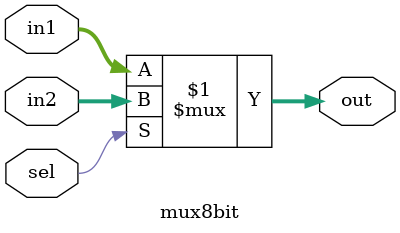
<source format=v>
`timescale 1ns / 1ps
module mux8bit(input [7:0] in1,in2,output [7:0] out, input sel
    );
assign out = sel? in2:in1;

endmodule

</source>
